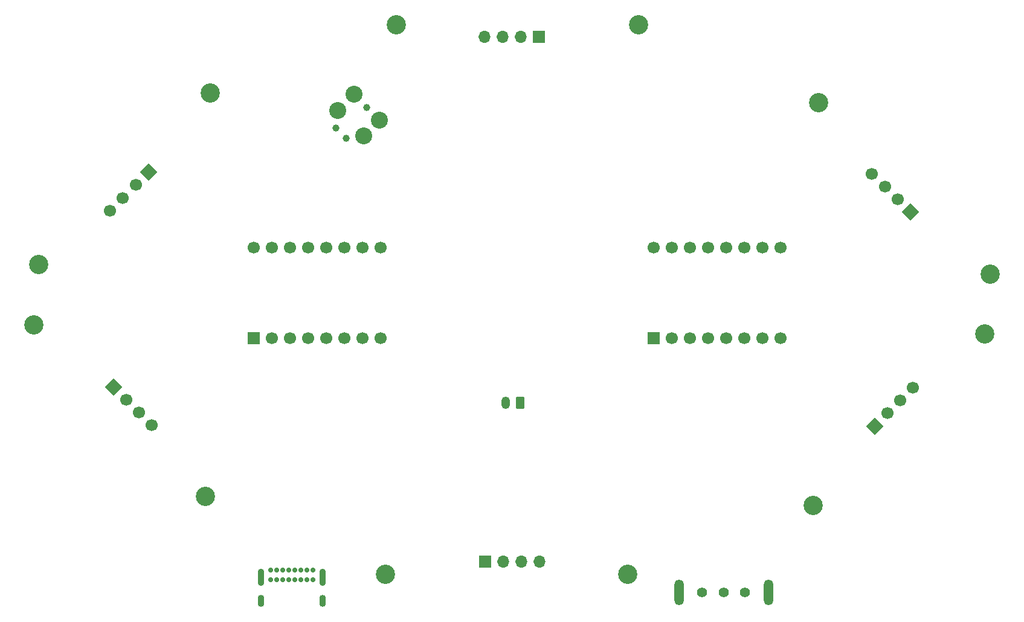
<source format=gbr>
%TF.GenerationSoftware,KiCad,Pcbnew,(6.0.7)*%
%TF.CreationDate,2024-09-04T15:34:51-05:00*%
%TF.ProjectId,MainBoard,4d61696e-426f-4617-9264-2e6b69636164,rev?*%
%TF.SameCoordinates,Original*%
%TF.FileFunction,Soldermask,Bot*%
%TF.FilePolarity,Negative*%
%FSLAX46Y46*%
G04 Gerber Fmt 4.6, Leading zero omitted, Abs format (unit mm)*
G04 Created by KiCad (PCBNEW (6.0.7)) date 2024-09-04 15:34:51*
%MOMM*%
%LPD*%
G01*
G04 APERTURE LIST*
G04 Aperture macros list*
%AMRoundRect*
0 Rectangle with rounded corners*
0 $1 Rounding radius*
0 $2 $3 $4 $5 $6 $7 $8 $9 X,Y pos of 4 corners*
0 Add a 4 corners polygon primitive as box body*
4,1,4,$2,$3,$4,$5,$6,$7,$8,$9,$2,$3,0*
0 Add four circle primitives for the rounded corners*
1,1,$1+$1,$2,$3*
1,1,$1+$1,$4,$5*
1,1,$1+$1,$6,$7*
1,1,$1+$1,$8,$9*
0 Add four rect primitives between the rounded corners*
20,1,$1+$1,$2,$3,$4,$5,0*
20,1,$1+$1,$4,$5,$6,$7,0*
20,1,$1+$1,$6,$7,$8,$9,0*
20,1,$1+$1,$8,$9,$2,$3,0*%
%AMHorizOval*
0 Thick line with rounded ends*
0 $1 width*
0 $2 $3 position (X,Y) of the first rounded end (center of the circle)*
0 $4 $5 position (X,Y) of the second rounded end (center of the circle)*
0 Add line between two ends*
20,1,$1,$2,$3,$4,$5,0*
0 Add two circle primitives to create the rounded ends*
1,1,$1,$2,$3*
1,1,$1,$4,$5*%
%AMRotRect*
0 Rectangle, with rotation*
0 The origin of the aperture is its center*
0 $1 length*
0 $2 width*
0 $3 Rotation angle, in degrees counterclockwise*
0 Add horizontal line*
21,1,$1,$2,0,0,$3*%
G04 Aperture macros list end*
%ADD10C,2.700000*%
%ADD11C,2.500000*%
%ADD12C,2.374900*%
%ADD13C,0.990600*%
%ADD14R,1.700000X1.700000*%
%ADD15C,1.700000*%
%ADD16RotRect,1.700000X1.700000X45.000000*%
%ADD17HorizOval,1.700000X0.000000X0.000000X0.000000X0.000000X0*%
%ADD18RoundRect,0.250000X0.350000X0.625000X-0.350000X0.625000X-0.350000X-0.625000X0.350000X-0.625000X0*%
%ADD19O,1.200000X1.750000*%
%ADD20RotRect,1.700000X1.700000X315.000000*%
%ADD21HorizOval,1.700000X0.000000X0.000000X0.000000X0.000000X0*%
%ADD22C,0.812800*%
%ADD23C,1.397000*%
%ADD24O,1.320800X3.606800*%
%ADD25RotRect,1.700000X1.700000X225.000000*%
%ADD26HorizOval,1.700000X0.000000X0.000000X0.000000X0.000000X0*%
%ADD27C,0.700000*%
%ADD28O,0.900000X1.700000*%
%ADD29O,0.900000X2.400000*%
%ADD30O,1.700000X1.700000*%
%ADD31RotRect,1.700000X1.700000X135.000000*%
%ADD32HorizOval,1.700000X0.000000X0.000000X0.000000X0.000000X0*%
G04 APERTURE END LIST*
D10*
%TO.C,H9*%
X209560660Y-99669087D03*
%TD*%
D11*
%TO.C,*%
X159600000Y-133329999D03*
%TD*%
%TO.C,*%
X100404699Y-122459572D03*
%TD*%
D12*
%TO.C,J7*%
X122550867Y-71917429D03*
D13*
X122999880Y-67876314D03*
X120126198Y-72186837D03*
D12*
X121203829Y-66080263D03*
X118958765Y-68325327D03*
X124795931Y-69672365D03*
D13*
X118689357Y-70749996D03*
%TD*%
D10*
%TO.C,H6*%
X127100000Y-56280001D03*
%TD*%
%TO.C,H10*%
X185519029Y-123710718D03*
%TD*%
D14*
%TO.C,U3*%
X107177500Y-100282500D03*
D15*
X109717500Y-100282500D03*
X112257500Y-100282500D03*
X114797500Y-100282500D03*
X117337500Y-100282500D03*
X119877500Y-100282500D03*
X122417500Y-100282500D03*
X124957500Y-100282500D03*
X124957500Y-87582500D03*
X122417500Y-87582500D03*
X119877500Y-87582500D03*
X117337500Y-87582500D03*
X114797500Y-87582500D03*
X112257500Y-87582500D03*
X109717500Y-87582500D03*
X107177500Y-87582500D03*
%TD*%
D10*
%TO.C,H8*%
X186295301Y-67200428D03*
%TD*%
%TO.C,H3*%
X101062059Y-65843068D03*
%TD*%
D16*
%TO.C,J1*%
X87500000Y-107080000D03*
D17*
X89296051Y-108876051D03*
X91092102Y-110672102D03*
X92888154Y-112468154D03*
%TD*%
D11*
%TO.C,*%
X210336932Y-91242059D03*
%TD*%
%TO.C,*%
X127100000Y-56280001D03*
%TD*%
D10*
%TO.C,H5*%
X161100001Y-56280001D03*
%TD*%
D18*
%TO.C,J8*%
X144500000Y-109280000D03*
D19*
X142500000Y-109280000D03*
%TD*%
D10*
%TO.C,H1*%
X76363068Y-98417941D03*
%TD*%
D20*
%TO.C,J2*%
X92400000Y-76980000D03*
D21*
X90603949Y-78776051D03*
X88807898Y-80572102D03*
X87011846Y-82368154D03*
%TD*%
D10*
%TO.C,H2*%
X100404699Y-122459572D03*
%TD*%
D22*
%TO.C,SW1*%
X179249999Y-137023000D03*
X166749999Y-137023000D03*
X179249999Y-134737000D03*
D23*
X170000000Y-135880000D03*
X172999999Y-135880000D03*
X175999998Y-135880000D03*
D24*
X166749999Y-135880000D03*
X179249999Y-135880000D03*
%TD*%
D11*
%TO.C,*%
X185519029Y-123710718D03*
%TD*%
D25*
%TO.C,J4*%
X199200000Y-82580000D03*
D26*
X197403949Y-80783949D03*
X195607898Y-78987898D03*
X193811846Y-77191846D03*
%TD*%
D11*
%TO.C,*%
X161100001Y-56280001D03*
%TD*%
D10*
%TO.C,H11*%
X159600000Y-133329999D03*
%TD*%
D11*
%TO.C,*%
X125599999Y-133329999D03*
%TD*%
D14*
%TO.C,U2*%
X163177500Y-100282500D03*
D15*
X165717500Y-100282500D03*
X168257500Y-100282500D03*
X170797500Y-100282500D03*
X173337500Y-100282500D03*
X175877500Y-100282500D03*
X178417500Y-100282500D03*
X180957500Y-100282500D03*
X180957500Y-87582500D03*
X178417500Y-87582500D03*
X175877500Y-87582500D03*
X173337500Y-87582500D03*
X170797500Y-87582500D03*
X168257500Y-87582500D03*
X165717500Y-87582500D03*
X163177500Y-87582500D03*
%TD*%
D10*
%TO.C,H12*%
X125599999Y-133329999D03*
%TD*%
%TO.C,H4*%
X77020428Y-89884699D03*
%TD*%
D11*
%TO.C,*%
X209560660Y-99669087D03*
%TD*%
%TO.C,*%
X101062059Y-65843068D03*
%TD*%
D27*
%TO.C,P1*%
X109525000Y-132755000D03*
X110375000Y-132755000D03*
X111225000Y-132755000D03*
X112075000Y-132755000D03*
X112925000Y-132755000D03*
X113775000Y-132755000D03*
X114625000Y-132755000D03*
X115475000Y-132755000D03*
X115475000Y-134105000D03*
X114625000Y-134105000D03*
X113775000Y-134105000D03*
X112925000Y-134105000D03*
X112075000Y-134105000D03*
X111225000Y-134105000D03*
X110375000Y-134105000D03*
X109525000Y-134105000D03*
D28*
X108175000Y-137115000D03*
D29*
X108175000Y-133735000D03*
X116825000Y-133735000D03*
D28*
X116825000Y-137115000D03*
%TD*%
D11*
%TO.C,*%
X186295301Y-67200428D03*
%TD*%
D14*
%TO.C,J3*%
X147100000Y-58030000D03*
D30*
X144560000Y-58030000D03*
X142020000Y-58030000D03*
X139480000Y-58030000D03*
%TD*%
D31*
%TO.C,J5*%
X194181088Y-112573786D03*
D32*
X195977139Y-110777735D03*
X197773190Y-108981684D03*
X199569242Y-107185632D03*
%TD*%
D11*
%TO.C,*%
X77020428Y-89884699D03*
%TD*%
D14*
%TO.C,J6*%
X139600000Y-131580000D03*
D30*
X142140000Y-131580000D03*
X144680000Y-131580000D03*
X147220000Y-131580000D03*
%TD*%
D11*
%TO.C,*%
X76363068Y-98417941D03*
%TD*%
D10*
%TO.C,H7*%
X210336932Y-91242059D03*
%TD*%
M02*

</source>
